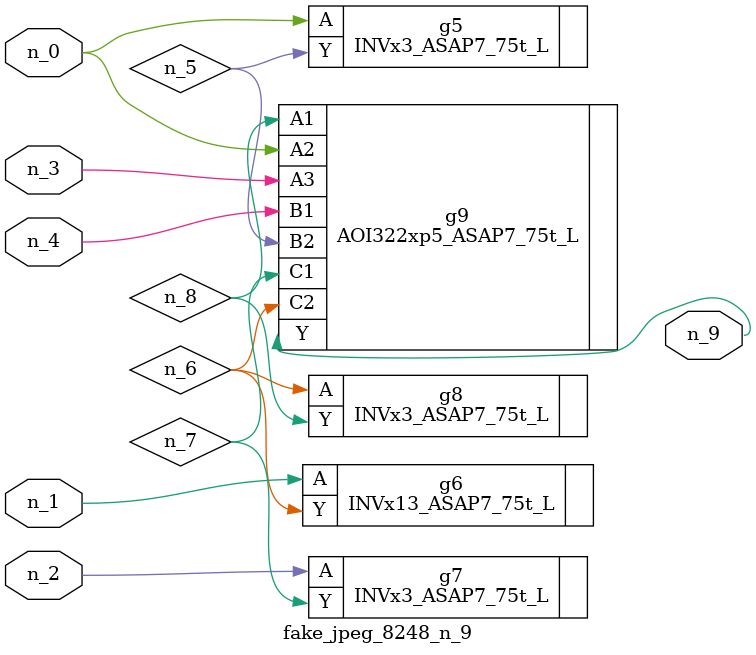
<source format=v>
module fake_jpeg_8248_n_9 (n_3, n_2, n_1, n_0, n_4, n_9);

input n_3;
input n_2;
input n_1;
input n_0;
input n_4;

output n_9;

wire n_8;
wire n_6;
wire n_5;
wire n_7;

INVx3_ASAP7_75t_L g5 ( 
.A(n_0),
.Y(n_5)
);

INVx13_ASAP7_75t_L g6 ( 
.A(n_1),
.Y(n_6)
);

INVx3_ASAP7_75t_L g7 ( 
.A(n_2),
.Y(n_7)
);

INVx3_ASAP7_75t_L g8 ( 
.A(n_6),
.Y(n_8)
);

AOI322xp5_ASAP7_75t_L g9 ( 
.A1(n_8),
.A2(n_0),
.A3(n_3),
.B1(n_4),
.B2(n_5),
.C1(n_7),
.C2(n_6),
.Y(n_9)
);


endmodule
</source>
